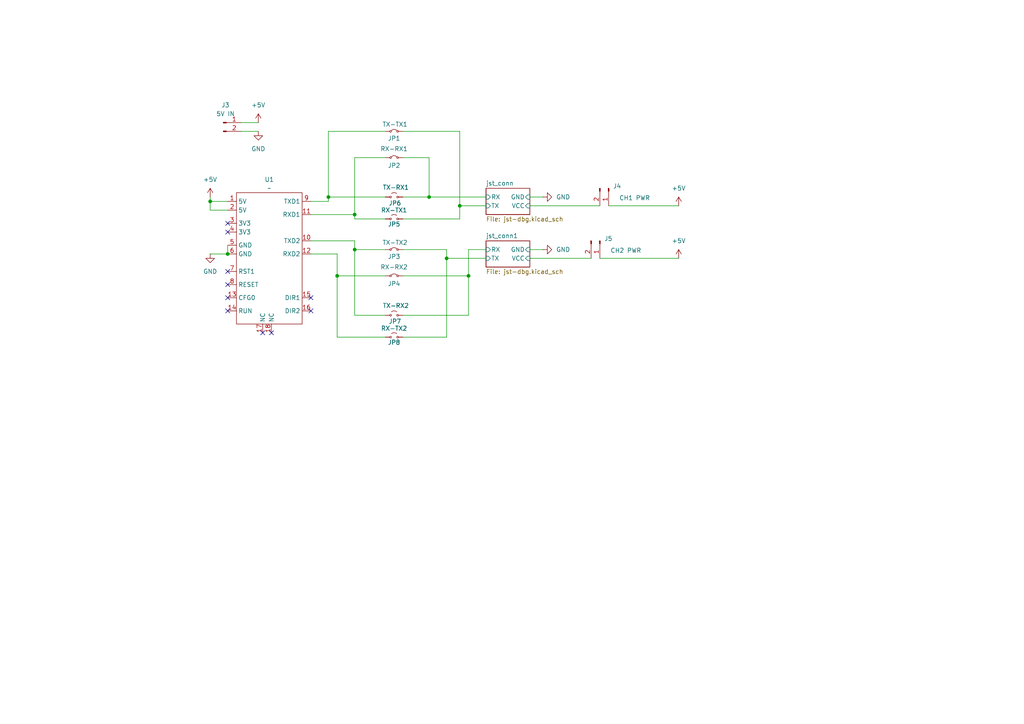
<source format=kicad_sch>
(kicad_sch (version 20231120) (generator "eeschema") (generator_version "8.0")
  (paper "A4")
  (lib_symbols
    (symbol "Connector:Conn_01x02_Pin" (pin_names (offset 1.016) hide)
      (property "Reference" "J" (at 0 2.54 0))
      (property "Value" "Conn_01x02_Pin" (at 0 -5.08 0))
      (symbol "Conn_01x02_Pin_1_1"
        (polyline (pts (xy 1.27 -2.54) (xy 0.8636 -2.54)) (stroke (width 0.1524)))
        (polyline (pts (xy 1.27 0) (xy 0.8636 0)) (stroke (width 0.1524)))
        (rectangle (start 0.8636 -2.413) (end 0 -2.667) (stroke (width 0.1524)) (fill (type outline)))
        (rectangle (start 0.8636 0.127) (end 0 -0.127) (stroke (width 0.1524)) (fill (type outline)))
        (pin passive line (at 5.08 0 180) (length 3.81) (name "Pin_1") (number "1"))
        (pin passive line (at 5.08 -2.54 180) (length 3.81) (name "Pin_2") (number "2"))
      )
    )
    (symbol "Jumper:Jumper_2_Small_Bridged" (pin_numbers hide) (pin_names (offset 0) hide) (exclude_from_sim yes)
      (property "Reference" "JP" (at 0 2.032 0))
      (property "Value" "Jumper_2_Small_Bridged" (at 0 -2.286 0))
      (symbol "Jumper_2_Small_Bridged_0_0"
        (circle (center -1.016 0) (radius 0.254))
        (circle (center 1.016 0) (radius 0.254))
      )
      (symbol "Jumper_2_Small_Bridged_0_1"
        (arc (start 0.762 0.254) (mid 0 0.5696) (end -0.762 0.254))
      )
      (symbol "Jumper_2_Small_Bridged_1_1"
        (pin passive line (at -2.54 0 0) (length 1.27) (name "A") (number "1"))
        (pin passive line (at 2.54 0 180) (length 1.27) (name "B") (number "2"))
      )
    )
    (symbol "Jumper:Jumper_2_Small_Open" (pin_numbers hide) (pin_names (offset 0) hide) (exclude_from_sim yes)
      (property "Reference" "JP" (at 0 2.794 0))
      (property "Value" "Jumper_2_Small_Open" (at 0 -2.286 0))
      (symbol "Jumper_2_Small_Open_0_0"
        (circle (center -1.016 0) (radius 0.254))
        (circle (center 1.016 0) (radius 0.254))
      )
      (symbol "Jumper_2_Small_Open_0_1"
        (arc (start 0.762 1.0196) (mid 0 1.2729) (end -0.762 1.0196))
      )
      (symbol "Jumper_2_Small_Open_1_1"
        (pin passive line (at -2.54 0 0) (length 1.27) (name "A") (number "1"))
        (pin passive line (at 2.54 0 180) (length 1.27) (name "B") (number "2"))
      )
    )
    (symbol "power:+5V" (power) (pin_numbers hide) (pin_names (offset 0) hide)
      (property "Value" "+5V" (at 0 3.556 0))
      (symbol "+5V_0_1"
        (polyline (pts (xy -0.762 1.27) (xy 0 2.54)))
        (polyline (pts (xy 0 0) (xy 0 2.54)))
        (polyline (pts (xy 0 2.54) (xy 0.762 1.27)))
      )
      (symbol "+5V_1_1"
        (pin power_in line (at 0 0 90) (length 0) (name "~") (number "1"))
      )
    )
    (symbol "power:GND" (power) (pin_numbers hide) (pin_names (offset 0) hide)
      (property "Value" "GND" (at 0 -3.81 0))
      (symbol "GND_0_1"
        (polyline (pts (xy 0 0) (xy 0 -1.27) (xy 1.27 -1.27) (xy 0 -2.54) (xy -1.27 -1.27) (xy 0 -1.27)))
      )
      (symbol "GND_1_1"
        (pin power_in line (at 0 0 270) (length 0) (name "~") (number "1"))
      )
    )
    (symbol "voja-lib:WAVESHARE-2CH-UART-TO-ETH"
      (property "Reference" "U" (at -7.366 19.558 0))
      (symbol "WAVESHARE-2CH-UART-TO-ETH_0_1"
        (rectangle (start -8.89 17.78) (end 10.16 -20.32))
      )
      (symbol "WAVESHARE-2CH-UART-TO-ETH_1_1"
        (pin input line (at -11.43 15.24 0) (length 2.54) (name "5V") (number "1"))
        (pin input line (at 12.7 3.81 180) (length 2.54) (name "TXD2") (number "10"))
        (pin input line (at 12.7 11.43 180) (length 2.54) (name "RXD1") (number "11"))
        (pin input line (at 12.7 0 180) (length 2.54) (name "RXD2") (number "12"))
        (pin input line (at -11.43 -12.7 0) (length 2.54) (name "CFG0") (number "13"))
        (pin input line (at -11.43 -16.51 0) (length 2.54) (name "RUN") (number "14"))
        (pin input line (at 12.7 -12.7 180) (length 2.54) (name "DIR1") (number "15"))
        (pin input line (at 12.7 -16.51 180) (length 2.54) (name "DIR2") (number "16"))
        (pin input line (at -1.27 -22.86 90) (length 2.54) (name "NC") (number "17"))
        (pin input line (at 1.27 -22.86 90) (length 2.54) (name "NC") (number "18"))
        (pin input line (at -11.43 12.7 0) (length 2.54) (name "5V") (number "2"))
        (pin input line (at -11.43 8.89 0) (length 2.54) (name "3V3") (number "3"))
        (pin input line (at -11.43 6.35 0) (length 2.54) (name "3V3") (number "4"))
        (pin input line (at -11.43 2.54 0) (length 2.54) (name "GND") (number "5"))
        (pin input line (at -11.43 0 0) (length 2.54) (name "GND") (number "6"))
        (pin input line (at -11.43 -5.08 0) (length 2.54) (name "RST1") (number "7"))
        (pin input line (at -11.43 -8.89 0) (length 2.54) (name "RESET") (number "8"))
        (pin input line (at 12.7 15.24 180) (length 2.54) (name "TXD1") (number "9"))
      )
    )
  )
  (junction (at 133.35 59.69))
  (junction (at 95.25 57.15))
  (junction (at 102.87 72.39))
  (junction (at 135.89 80.01))
  (junction (at 97.79 80.01))
  (junction (at 124.46 57.15))
  (junction (at 102.87 62.23))
  (junction (at 129.54 74.93))
  (junction (at 66.04 73.66))
  (junction (at 60.96 58.42))
  (no_connect (at 90.17 86.36))
  (no_connect (at 76.2 96.52))
  (no_connect (at 66.04 78.74))
  (no_connect (at 66.04 64.77))
  (no_connect (at 66.04 82.55))
  (no_connect (at 90.17 90.17))
  (no_connect (at 78.74 96.52))
  (no_connect (at 66.04 86.36))
  (no_connect (at 66.04 67.31))
  (no_connect (at 66.04 90.17))
  (wire (pts (xy 133.35 59.69) (xy 140.97 59.69)))
  (wire (pts (xy 116.84 38.1) (xy 133.35 38.1)))
  (wire (pts (xy 95.25 57.15) (xy 111.76 57.15)))
  (wire (pts (xy 60.96 60.96) (xy 60.96 58.42)))
  (wire (pts (xy 97.79 73.66) (xy 90.17 73.66)))
  (wire (pts (xy 111.76 97.79) (xy 97.79 97.79)))
  (wire (pts (xy 102.87 62.23) (xy 102.87 45.72)))
  (wire (pts (xy 102.87 72.39) (xy 111.76 72.39)))
  (wire (pts (xy 95.25 57.15) (xy 95.25 38.1)))
  (wire (pts (xy 116.84 80.01) (xy 135.89 80.01)))
  (wire (pts (xy 97.79 80.01) (xy 97.79 73.66)))
  (wire (pts (xy 129.54 97.79) (xy 129.54 74.93)))
  (wire (pts (xy 116.84 97.79) (xy 129.54 97.79)))
  (wire (pts (xy 124.46 45.72) (xy 124.46 57.15)))
  (wire (pts (xy 69.85 38.1) (xy 74.93 38.1)))
  (wire (pts (xy 90.17 69.85) (xy 102.87 69.85)))
  (wire (pts (xy 97.79 97.79) (xy 97.79 80.01)))
  (wire (pts (xy 153.67 57.15) (xy 157.48 57.15)))
  (wire (pts (xy 102.87 62.23) (xy 102.87 63.5)))
  (wire (pts (xy 95.25 38.1) (xy 111.76 38.1)))
  (wire (pts (xy 124.46 57.15) (xy 140.97 57.15)))
  (wire (pts (xy 153.67 74.93) (xy 171.45 74.93)))
  (wire (pts (xy 66.04 73.66) (xy 66.04 71.12)))
  (wire (pts (xy 102.87 45.72) (xy 111.76 45.72)))
  (wire (pts (xy 60.96 58.42) (xy 60.96 57.15)))
  (wire (pts (xy 95.25 58.42) (xy 95.25 57.15)))
  (wire (pts (xy 90.17 62.23) (xy 102.87 62.23)))
  (wire (pts (xy 135.89 80.01) (xy 135.89 72.39)))
  (wire (pts (xy 102.87 69.85) (xy 102.87 72.39)))
  (wire (pts (xy 102.87 72.39) (xy 102.87 91.44)))
  (wire (pts (xy 111.76 80.01) (xy 97.79 80.01)))
  (wire (pts (xy 135.89 91.44) (xy 135.89 80.01)))
  (wire (pts (xy 133.35 63.5) (xy 133.35 59.69)))
  (wire (pts (xy 173.99 74.93) (xy 196.85 74.93)))
  (wire (pts (xy 90.17 58.42) (xy 95.25 58.42)))
  (wire (pts (xy 66.04 58.42) (xy 60.96 58.42)))
  (wire (pts (xy 135.89 72.39) (xy 140.97 72.39)))
  (wire (pts (xy 133.35 38.1) (xy 133.35 59.69)))
  (wire (pts (xy 129.54 74.93) (xy 140.97 74.93)))
  (wire (pts (xy 66.04 60.96) (xy 60.96 60.96)))
  (wire (pts (xy 102.87 63.5) (xy 111.76 63.5)))
  (wire (pts (xy 153.67 59.69) (xy 173.99 59.69)))
  (wire (pts (xy 69.85 35.56) (xy 74.93 35.56)))
  (wire (pts (xy 116.84 57.15) (xy 124.46 57.15)))
  (wire (pts (xy 116.84 72.39) (xy 129.54 72.39)))
  (wire (pts (xy 153.67 72.39) (xy 157.48 72.39)))
  (wire (pts (xy 60.96 73.66) (xy 66.04 73.66)))
  (wire (pts (xy 176.53 59.69) (xy 196.85 59.69)))
  (wire (pts (xy 116.84 63.5) (xy 133.35 63.5)))
  (wire (pts (xy 129.54 72.39) (xy 129.54 74.93)))
  (wire (pts (xy 102.87 91.44) (xy 111.76 91.44)))
  (wire (pts (xy 116.84 45.72) (xy 124.46 45.72)))
  (wire (pts (xy 116.84 91.44) (xy 135.89 91.44)))
  (symbol (lib_id "power:GND") (at 60.96 73.66 0) (unit 1)
    (property "Reference" "#PWR08" (effects (hide yes)))
    (property "Value" "GND" (at 60.96 78.74 0))
    (property "Description" "Power symbol creates a global label with name \"GND\" , ground" (effects (hide yes)))
  )
  (symbol (lib_id "Jumper:Jumper_2_Small_Open") (at 114.3 91.44 0) (unit 1) (exclude_from_sim yes)
    (property "Reference" "JP7" (at 114.554 93.218 0))
    (property "Value" "TX-RX2" (at 114.808 88.646 0))
    (property "Footprint" "Jumper:SolderJumper-2_P1.3mm_Open_Pad1.0x1.5mm" (effects (hide yes)))
    (property "Description" "Jumper, 2-pole, small symbol, open" (effects (hide yes)))
  )
  (symbol (lib_id "Jumper:Jumper_2_Small_Bridged") (at 114.3 80.01 0) (unit 1) (exclude_from_sim yes)
    (property "Reference" "JP4" (at 114.3 82.296 0))
    (property "Value" "RX-RX2" (at 114.3 77.47 0))
    (property "Footprint" "Jumper:SolderJumper-2_P1.3mm_Bridged_Pad1.0x1.5mm" (effects (hide yes)))
    (property "Description" "Jumper, 2-pole, small symbol, bridged" (effects (hide yes)))
  )
  (symbol (lib_id "power:+5V") (at 60.96 57.15 0) (unit 1)
    (property "Reference" "#PWR07" (effects (hide yes)))
    (property "Value" "+5V" (at 60.96 52.07 0))
    (property "Description" "Power symbol creates a global label with name \"+5V\"" (effects (hide yes)))
  )
  (symbol (lib_id "power:+5V") (at 196.85 74.93 0) (unit 1)
    (property "Reference" "#PWR04" (effects (hide yes)))
    (property "Value" "+5V" (at 196.85 69.85 0))
    (property "Description" "Power symbol creates a global label with name \"+5V\"" (effects (hide yes)))
  )
  (symbol (lib_id "Connector:Conn_01x02_Pin") (at 173.99 69.85 270) (unit 1)
    (property "Reference" "J5" (at 175.26 69.2149 90) (effects (justify left)))
    (property "Value" "CH2 PWR" (at 177.038 72.644 90) (effects (justify left)))
    (property "Footprint" "TerminalBlock:TerminalBlock_bornier-2_P5.08mm" (effects (hide yes)))
    (property "Description" "Generic connector, single row, 01x02, script generated" (effects (hide yes)))
  )
  (symbol (lib_id "voja-lib:WAVESHARE-2CH-UART-TO-ETH") (at 77.47 73.66 0) (unit 1)
    (property "Reference" "U1" (at 78.105 52.07 0))
    (property "Value" "~" (at 78.105 54.61 0))
    (property "Footprint" "voja-footprints:WAVESHARE-2CH-UART-TO-ETH" (effects (hide yes)))
  )
  (symbol (lib_id "Jumper:Jumper_2_Small_Bridged") (at 114.3 45.72 0) (unit 1) (exclude_from_sim yes)
    (property "Reference" "JP2" (at 114.3 48.006 0))
    (property "Value" "RX-RX1" (at 114.3 43.18 0))
    (property "Footprint" "Jumper:SolderJumper-2_P1.3mm_Bridged_Pad1.0x1.5mm" (effects (hide yes)))
    (property "Description" "Jumper, 2-pole, small symbol, bridged" (effects (hide yes)))
  )
  (symbol (lib_id "Jumper:Jumper_2_Small_Bridged") (at 114.3 72.39 0) (unit 1) (exclude_from_sim yes)
    (property "Reference" "JP3" (at 114.3 74.422 0))
    (property "Value" "TX-TX2" (at 114.554 70.358 0))
    (property "Footprint" "Jumper:SolderJumper-2_P1.3mm_Bridged_Pad1.0x1.5mm" (effects (hide yes)))
    (property "Description" "Jumper, 2-pole, small symbol, bridged" (effects (hide yes)))
  )
  (symbol (lib_id "Jumper:Jumper_2_Small_Bridged") (at 114.3 38.1 0) (unit 1) (exclude_from_sim yes)
    (property "Reference" "JP1" (at 114.3 40.132 0))
    (property "Value" "TX-TX1" (at 114.554 36.068 0))
    (property "Footprint" "Jumper:SolderJumper-2_P1.3mm_Bridged_Pad1.0x1.5mm" (effects (hide yes)))
    (property "Description" "Jumper, 2-pole, small symbol, bridged" (effects (hide yes)))
  )
  (symbol (lib_id "Jumper:Jumper_2_Small_Open") (at 114.3 57.15 0) (unit 1) (exclude_from_sim yes)
    (property "Reference" "JP6" (at 114.554 58.928 0))
    (property "Value" "TX-RX1" (at 114.808 54.356 0))
    (property "Footprint" "Jumper:SolderJumper-2_P1.3mm_Open_Pad1.0x1.5mm" (effects (hide yes)))
    (property "Description" "Jumper, 2-pole, small symbol, open" (effects (hide yes)))
  )
  (symbol (lib_id "power:GND") (at 157.48 72.39 90) (unit 1)
    (property "Reference" "#PWR06" (effects (hide yes)))
    (property "Value" "GND" (at 161.29 72.3899 90) (effects (justify right)))
    (property "Description" "Power symbol creates a global label with name \"GND\" , ground" (effects (hide yes)))
  )
  (symbol (lib_id "Jumper:Jumper_2_Small_Open") (at 114.3 97.79 0) (unit 1) (exclude_from_sim yes)
    (property "Reference" "JP8" (at 114.3 99.314 0))
    (property "Value" "RX-TX2" (at 114.3 95.25 0))
    (property "Footprint" "Jumper:SolderJumper-2_P1.3mm_Open_Pad1.0x1.5mm" (effects (hide yes)))
    (property "Description" "Jumper, 2-pole, small symbol, open" (effects (hide yes)))
  )
  (symbol (lib_id "Connector:Conn_01x02_Pin") (at 176.53 54.61 270) (unit 1)
    (property "Reference" "J4" (at 177.8 53.9749 90) (effects (justify left)))
    (property "Value" "CH1 PWR" (at 179.578 57.404 90) (effects (justify left)))
    (property "Footprint" "TerminalBlock:TerminalBlock_bornier-2_P5.08mm" (effects (hide yes)))
    (property "Description" "Generic connector, single row, 01x02, script generated" (effects (hide yes)))
  )
  (symbol (lib_id "power:+5V") (at 74.93 35.56 0) (unit 1)
    (property "Reference" "#PWR01" (effects (hide yes)))
    (property "Value" "+5V" (at 74.93 30.48 0))
    (property "Description" "Power symbol creates a global label with name \"+5V\"" (effects (hide yes)))
  )
  (symbol (lib_id "power:+5V") (at 196.85 59.69 0) (unit 1)
    (property "Reference" "#PWR03" (effects (hide yes)))
    (property "Value" "+5V" (at 196.85 54.61 0))
    (property "Description" "Power symbol creates a global label with name \"+5V\"" (effects (hide yes)))
  )
  (symbol (lib_id "power:GND") (at 74.93 38.1 0) (unit 1)
    (property "Reference" "#PWR02" (effects (hide yes)))
    (property "Value" "GND" (at 74.93 43.18 0))
    (property "Description" "Power symbol creates a global label with name \"GND\" , ground" (effects (hide yes)))
  )
  (symbol (lib_id "power:GND") (at 157.48 57.15 90) (unit 1)
    (property "Reference" "#PWR05" (effects (hide yes)))
    (property "Value" "GND" (at 161.29 57.1499 90) (effects (justify right)))
    (property "Description" "Power symbol creates a global label with name \"GND\" , ground" (effects (hide yes)))
  )
  (symbol (lib_id "Connector:Conn_01x02_Pin") (at 64.77 35.56 0) (unit 1)
    (property "Reference" "J3" (at 65.405 30.48 0))
    (property "Value" "5V IN" (at 65.405 33.02 0))
    (property "Footprint" "TerminalBlock:TerminalBlock_bornier-2_P5.08mm" (effects (hide yes)))
    (property "Description" "Generic connector, single row, 01x02, script generated" (effects (hide yes)))
  )
  (symbol (lib_id "Jumper:Jumper_2_Small_Open") (at 114.3 63.5 0) (unit 1) (exclude_from_sim yes)
    (property "Reference" "JP5" (at 114.3 65.024 0))
    (property "Value" "RX-TX1" (at 114.3 60.96 0))
    (property "Footprint" "Jumper:SolderJumper-2_P1.3mm_Open_Pad1.0x1.5mm" (effects (hide yes)))
    (property "Description" "Jumper, 2-pole, small symbol, open" (effects (hide yes)))
  )
  (sheet (at 140.97 54.61) (size 12.7 7.62) (stroke (width 0.1524))
    (property "Sheetname" "jst_conn" (at 140.97 53.8984 0) (effects (justify left bottom)))
    (property "Sheetfile" "jst-dbg.kicad_sch" (at 140.97 62.8146 0) (effects (justify left top)))
    (pin "RX" input (at 140.97 57.15 180))
    (pin "GND" input (at 153.67 57.15 0))
    (pin "VCC" input (at 153.67 59.69 0))
    (pin "TX" input (at 140.97 59.69 180))
  )
  (sheet (at 140.97 69.85) (size 12.7 7.62) (stroke (width 0.1524))
    (property "Sheetname" "jst_conn1" (at 140.97 69.1384 0) (effects (justify left bottom)))
    (property "Sheetfile" "jst-dbg.kicad_sch" (at 140.97 78.0546 0) (effects (justify left top)))
    (pin "RX" input (at 140.97 72.39 180))
    (pin "GND" input (at 153.67 72.39 0))
    (pin "VCC" input (at 153.67 74.93 0))
    (pin "TX" input (at 140.97 74.93 180))
  )
)
</source>
